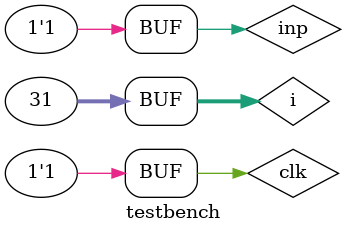
<source format=v>
`include "Q4.v"
`timescale 1ns / 1ps
module testbench;
    reg clk;
    reg inp;
    wire out;
    seq_detector_110_mealy seq_det(
        .clk(clk),
        .inp(inp),
        .out(out)
    );

    integer i;
    initial
    begin
        clk = 0;
        for (i = 0; i <= 30; i=i+1)
        begin
            #10 clk = ~clk;         
        end
    end

    initial
    begin
        inp = 0;
        #5 inp = 1;
        #20 inp = 0;
        #20 inp = 1;
        #20 inp = 1;
        #20 inp = 0;
        #20 inp = 1;
        #20 inp = 1;
        #20 inp = 1;
        #20 inp = 0;
        #20 inp = 0;
        #20 inp = 1;
        #20 inp = 1;
        #20 inp = 0;
        #20 inp = 1;
    end

    initial
    begin
        $monitor("clk = %d\tinp = %d\tout = %d", clk, inp, out);
    end

endmodule

</source>
